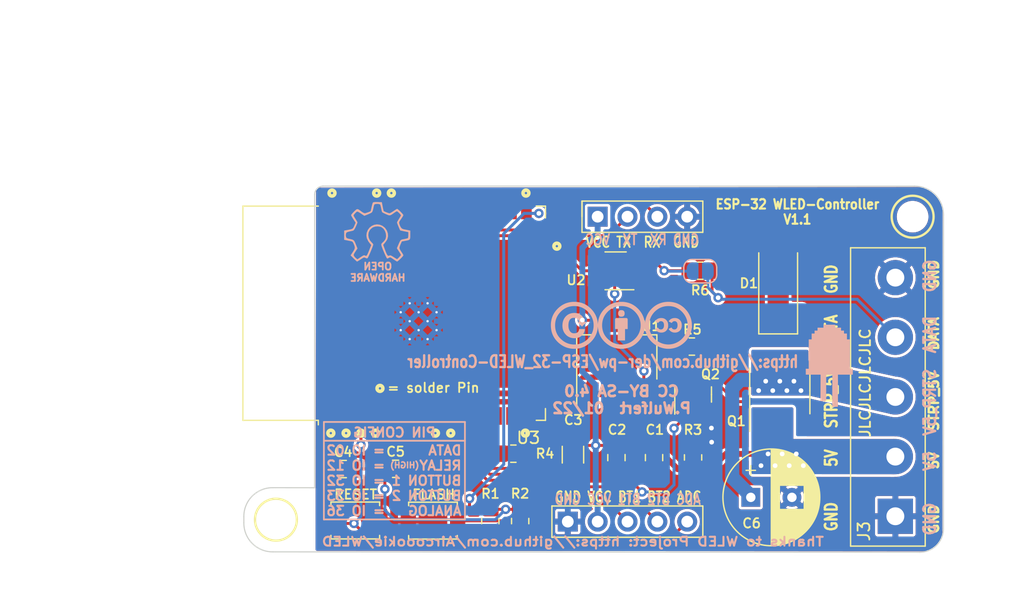
<source format=kicad_pcb>
(kicad_pcb (version 20221018) (generator pcbnew)
  (title_block (comment 4 "AISLER Project ID: TTVENWWM"))
  (layers (0 "F.Cu" signal) (31 "B.Cu" signal) (34 "B.Paste" user) (35 "F.Paste" user) (36 "B.SilkS" user "B.Silkscreen") (37 "F.SilkS" user "F.Silkscreen") (38 "B.Mask" user) (39 "F.Mask" user) (44 "Edge.Cuts" user))
  (net 0 "")
  (net 1 "WS-Strip_VCC")
  (net 2 "+5V")
  (net 3 "GND")
  (net 4 "+3V3")
  (net 5 "TX")
  (net 6 "RX")
  (net 7 "BTN1")
  (net 8 "BTN2")
  (net 9 "ADC")
  (net 10 "Net-(Q2-G)")
  (net 11 "Net-(U3-EN)")
  (net 12 "RELAY")
  (net 13 "DATA_llv")
  (net 14 "DATA_hlv")
  (net 15 "DATA")
  (net 16 "OE")
  (net 17 "Net-(U3-IO0)")
  (footprint "Connector_PinSocket_2.54mm:PinSocket_1x04_P2.54mm_Vertical" (layer "F.Cu") (at 153.17 96.6 90)
    (fp_text reference "J1" hide)
    (fp_text value "Conn_01x04_Male")
    (pad "1" thru_hole rect (at 0 0 90) (size 1.7 1.7) (drill 1) (layers "*.Cu" "*.Mask") (net 4 "+3V3"))
    (pad "2" thru_hole oval (at 0 2.54 90) (size 1.7 1.7) (drill 1) (layers "*.Cu" "*.Mask") (net 5 "TX"))
    (pad "3" thru_hole oval (at 0 5.08 90) (size 1.7 1.7) (drill 1) (layers "*.Cu" "*.Mask") (net 6 "RX"))
    (pad "4" thru_hole oval (at 0 7.62 90) (size 1.7 1.7) (drill 1) (layers "*.Cu" "*.Mask") (net 3 "GND"))
  )
  (footprint "Resistor_SMD:R_0805_2012Metric_Pad1.20x1.40mm_HandSolder" (layer "F.Cu") (at 161.905 101.2 180)
    (fp_text reference "R6" (at 0.015 -1.67) (layer "F.SilkS") (effects (font (size 0.8 0.8))))
    (fp_text value "300R")
    (pad "1" smd roundrect (at -1 0 180) (size 1.2 1.4) (layers "F.Cu" "F.Paste" "F.Mask") (roundrect_rratio 0.2083333333) (net 15 "DATA"))
    (pad "2" smd roundrect (at 1 0 180) (size 1.2 1.4) (layers "F.Cu" "F.Paste" "F.Mask") (roundrect_rratio 0.2083333333) (net 14 "DATA_hlv"))
  )
  (footprint "Diode_SMD:D_SMA_Handsoldering" (layer "F.Cu") (at 168.53 102.18 90)
    (fp_text reference "D1" (at -0.09 -2.49 180) (layer "F.SilkS") (effects (font (size 0.8 0.8))))
    (fp_text value "Flyback diode")
    (pad "1" smd rect (at -2.5 0 90) (size 2.9 1.8) (layers "F.Cu" "F.Paste" "F.Mask") (net 1 "WS-Strip_VCC"))
    (pad "2" smd rect (at 2.5 0 90) (size 2.9 1.8) (layers "F.Cu" "F.Paste" "F.Mask") (net 3 "GND"))
  )
  (footprint "Capacitor_SMD:C_1206_3216Metric_Pad1.33x1.80mm_HandSolder" (layer "F.Cu") (at 151.07 116.865 -90)
    (fp_text reference "C3" (at -2.955 -0.03) (layer "F.SilkS") (effects (font (size 0.8 0.8))))
    (fp_text value "100µF")
    (pad "1" smd roundrect (at -1.5625 0 270) (size 1.325 1.8) (layers "F.Cu" "F.Paste" "F.Mask") (roundrect_rratio 0.1886792453) (net 4 "+3V3"))
    (pad "2" smd roundrect (at 1.5625 0 270) (size 1.325 1.8) (layers "F.Cu" "F.Paste" "F.Mask") (roundrect_rratio 0.1886792453) (net 3 "GND"))
  )
  (footprint "MountingHole:MountingHole_2.2mm_M2" (layer "F.Cu") (at 179.97 96.6)
    (fp_text reference "REF**" hide)
    (fp_text value "MountingHole_2.2mm_M2")
    (pad "" np_thru_hole circle (at 0 0) (size 2.2 2.2) (drill 2.2) (layers "*.Cu" "*.Mask"))
    (pad "" np_thru_hole circle (at 0 0) (size 2.2 2.2) (drill 2.2) (layers "*.Cu" "*.Mask"))
  )
  (footprint "Capacitor_SMD:C_0805_2012Metric_Pad1.18x1.45mm_HandSolder" (layer "F.Cu") (at 154.77 117.115 -90)
    (fp_text reference "C2" (at -2.375 -0.05 180) (layer "F.SilkS") (effects (font (size 0.8 0.8))))
    (fp_text value "47µF")
    (pad "1" smd roundrect (at -1.0375 0 270) (size 1.175 1.45) (layers "F.Cu" "F.Paste" "F.Mask") (roundrect_rratio 0.2127659574) (net 4 "+3V3"))
    (pad "2" smd roundrect (at 1.0375 0 270) (size 1.175 1.45) (layers "F.Cu" "F.Paste" "F.Mask") (roundrect_rratio 0.2127659574) (net 3 "GND"))
  )
  (footprint "custom_Footprints:SW_Push_SPST_NO_Alps_SKRK_handsolder" (layer "F.Cu") (at 139.16 122.48)
    (fp_text reference "SW2" hide)
    (fp_text value "Flash")
    (pad "1" smd roundrect (at -2.1 0) (size 1.3 2.2) (layers "F.Cu" "F.Paste" "F.Mask") (net 3 "GND"))
    (pad "2" smd roundrect (at 2.1 0) (size 1.3 2.2) (layers "F.Cu" "F.Paste" "F.Mask") (net 17 "Net-(U3-IO0)"))
  )
  (footprint "Resistor_SMD:R_0805_2012Metric_Pad1.20x1.40mm_HandSolder" (layer "F.Cu") (at 146 116.78 180)
    (fp_text reference "R4" (at -2.69 0) (layer "F.SilkS") (effects (font (size 0.8 0.8))))
    (fp_text value "300R")
    (pad "1" smd roundrect (at -1 0 180) (size 1.2 1.4) (layers "F.Cu" "F.Paste" "F.Mask") (roundrect_rratio 0.2083333333) (net 10 "Net-(Q2-G)"))
    (pad "2" smd roundrect (at 1 0 180) (size 1.2 1.4) (layers "F.Cu" "F.Paste" "F.Mask") (roundrect_rratio 0.2083333333) (net 12 "RELAY"))
  )
  (footprint "Package_TO_SOT_SMD:SOT-23-5_HandSoldering" (layer "F.Cu") (at 154.7 101.21 180)
    (fp_text reference "U2" (at 3.37 -0.79 180) (layer "F.SilkS") (effects (font (size 0.8 0.8))))
    (fp_text value "74LVC1G125")
    (pad "1" smd rect (at -1.35 -0.95 180) (size 1.56 0.65) (layers "F.Cu" "F.Paste" "F.Mask") (net 16 "OE"))
    (pad "2" smd rect (at -1.35 0 180) (size 1.56 0.65) (layers "F.Cu" "F.Paste" "F.Mask") (net 13 "DATA_llv"))
    (pad "3" smd rect (at -1.35 0.95 180) (size 1.56 0.65) (layers "F.Cu" "F.Paste" "F.Mask") (net 3 "GND"))
    (pad "4" smd rect (at 1.35 0.95 180) (size 1.56 0.65) (layers "F.Cu" "F.Paste" "F.Mask") (net 14 "DATA_hlv"))
    (pad "5" smd rect (at 1.35 -0.95 180) (size 1.56 0.65) (layers "F.Cu" "F.Paste" "F.Mask") (net 2 "+5V"))
  )
  (footprint "custom_Footprints:SW_Push_SPST_NO_Alps_SKRK_handsolder" (layer "F.Cu") (at 132.55 122.47 180)
    (fp_text reference "SW1" hide)
    (fp_text value "Reset")
    (pad "1" smd roundrect (at -2.1 0 180) (size 1.3 2.2) (layers "F.Cu" "F.Paste" "F.Mask") (net 3 "GND"))
    (pad "2" smd roundrect (at 2.1 0 180) (size 1.3 2.2) (layers "F.Cu" "F.Paste" "F.Mask") (net 11 "Net-(U3-EN)"))
  )
  (footprint "RF_Module:ESP32-WROOM-32" (layer "F.Cu") (at 138.85 104.82 90)
    (fp_text reference "U3" (at -10.61 8.43) (layer "F.SilkS"))
    (fp_text value "ESP32-WROOM-32")
    (pad "1" smd rect (at -8.75 -8.25 90) (size 1.5 0.9) (layers "F.Cu" "F.Paste" "F.Mask") (net 3 "GND"))
    (pad "2" smd rect (at -8.75 -6.98 90) (size 1.5 0.9) (layers "F.Cu" "F.Paste" "F.Mask") (net 4 "+3V3"))
    (pad "3" smd rect (at -8.75 -5.71 90) (size 1.5 0.9) (layers "F.Cu" "F.Paste" "F.Mask") (net 11 "Net-(U3-EN)"))
    (pad "4" smd rect (at -8.75 -4.44 90) (size 1.5 0.9) (layers "F.Cu" "F.Paste" "F.Mask") (net 9 "ADC"))
    (pad "5" smd rect (at -8.75 -3.17 90) (size 1.5 0.9) (layers "F.Cu" "F.Paste" "F.Mask"))
    (pad "6" smd rect (at -8.75 -1.9 90) (size 1.5 0.9) (layers "F.Cu" "F.Paste" "F.Mask"))
    (pad "7" smd rect (at -8.75 -0.63 90) (size 1.5 0.9) (layers "F.Cu" "F.Paste" "F.Mask"))
    (pad "8" smd rect (at -8.75 0.64 90) (size 1.5 0.9) (layers "F.Cu" "F.Paste" "F.Mask") (net 7 "BTN1"))
    (pad "9" smd rect (at -8.75 1.91 90) (size 1.5 0.9) (layers "F.Cu" "F.Paste" "F.Mask") (net 8 "BTN2"))
    (pad "10" smd rect (at -8.75 3.18 90) (size 1.5 0.9) (layers "F.Cu" "F.Paste" "F.Mask"))
    (pad "11" smd rect (at -8.75 4.45 90) (size 1.5 0.9) (layers "F.Cu" "F.Paste" "F.Mask"))
    (pad "12" smd rect (at -8.75 5.72 90) (size 1.5 0.9) (layers "F.Cu" "F.Paste" "F.Mask"))
    (pad "13" smd rect (at -8.75 6.99 90) (size 1.5 0.9) (layers "F.Cu" "F.Paste" "F.Mask"))
    (pad "14" smd rect (at -8.75 8.26 90) (size 1.5 0.9) (layers "F.Cu" "F.Paste" "F.Mask") (net 12 "RELAY"))
    (pad "15" smd rect (at -5.71 9.51 180) (size 1.5 0.9) (layers "F.Cu" "F.Paste" "F.Mask") (net 3 "GND"))
    (pad "16" smd rect (at -4.44 9.51 180) (size 1.5 0.9) (layers "F.Cu" "F.Paste" "F.Mask"))
    (pad "17" smd rect (at -3.17 9.51 180) (size 1.5 0.9) (layers "F.Cu" "F.Paste" "F.Mask"))
    (pad "18" smd rect (at -1.9 9.51 180) (size 1.5 0.9) (layers "F.Cu" "F.Paste" "F.Mask"))
    (pad "19" smd rect (at -0.63 9.51 180) (size 1.5 0.9) (layers "F.Cu" "F.Paste" "F.Mask"))
    (pad "20" smd rect (at 0.64 9.51 180) (size 1.5 0.9) (layers "F.Cu" "F.Paste" "F.Mask"))
    (pad "21" smd rect (at 1.91 9.51 180) (size 1.5 0.9) (layers "F.Cu" "F.Paste" "F.Mask"))
    (pad "22" smd rect (at 3.18 9.51 180) (size 1.5 0.9) (layers "F.Cu" "F.Paste" "F.Mask"))
    (pad "23" smd rect (at 4.45 9.51 180) (size 1.5 0.9) (layers "F.Cu" "F.Paste" "F.Mask"))
    (pad "24" smd rect (at 5.72 9.51 180) (size 1.5 0.9) (layers "F.Cu" "F.Paste" "F.Mask") (net 13 "DATA_llv"))
    (pad "25" smd rect (at 8.75 8.26 90) (size 1.5 0.9) (layers "F.Cu" "F.Paste" "F.Mask") (net 17 "Net-(U3-IO0)"))
    (pad "26" smd rect (at 8.75 6.99 90) (size 1.5 0.9) (layers "F.Cu" "F.Paste" "F.Mask"))
    (pad "27" smd rect (at 8.75 5.72 90) (size 1.5 0.9) (layers "F.Cu" "F.Paste" "F.Mask"))
    (pad "28" smd rect (at 8.75 4.45 90) (size 1.5 0.9) (layers "F.Cu" "F.Paste" "F.Mask"))
    (pad "29" smd rect (at 8.75 3.18 90) (size 1.5 0.9) (layers "F.Cu" "F.Paste" "F.Mask"))
    (pad "30" smd rect (at 8.75 1.91 90) (size 1.5 0.9) (layers "F.Cu" "F.Paste" "F.Mask"))
    (pad "31" smd rect (at 8.75 0.64 90) (size 1.5 0.9) (layers "F.Cu" "F.Paste" "F.Mask"))
    (pad "32" smd rect (at 8.75 -0.63 90) (size 1.5 0.9) (layers "F.Cu" "F.Paste" "F.Mask"))
    (pad "33" smd rect (at 8.75 -1.9 90) (size 1.5 0.9) (layers "F.Cu" "F.Paste" "F.Mask"))
    (pad "34" smd rect (at 8.75 -3.17 90) (size 1.5 0.9) (layers "F.Cu" "F.Paste" "F.Mask") (net 6 "RX"))
    (pad "35" smd rect (at 8.75 -4.44 90) (size 1.5 0.9) (layers "F.Cu" "F.Paste" "F.Mask") (net 5 "TX"))
    (pad "36" smd rect (at 8.75 -5.71 90) (size 1.5 0.9) (layers "F.Cu" "F.Paste" "F.Mask"))
    (pad "37" smd rect (at 8.75 -6.98 90) (size 1.5 0.9) (layers "F.Cu" "F.Paste" "F.Mask"))
    (pad "38" smd rect (at 8.75 -8.25 90) (size 1.5 0.9) (layers "F.Cu" "F.Paste" "F.Mask") (net 3 "GND"))
    (pad "39" smd rect (at -2.205 -2.435 90) (size 1.05 1.05) (layers "F.Cu" "F.Paste") (net 3 "GND"))
    (pad "39" thru_hole circle (at -2.205 -1.6725 90) (size 0.6 0.6) (drill 0.2) (property pad_prop_heatsink) (layers "*.Cu" "F.Mask") (net 3 "GND"))
    (pad "39" smd rect (at -2.205 -0.91 90) (size 1.05 1.05) (layers "F.Cu" "F.Paste") (net 3 "GND"))
    (pad "39" thru_hole circle (at -2.205 -0.1475 90) (size 0.6 0.6) (drill 0.2) (property pad_prop_heatsink) (layers "*.Cu" "F.Mask") (net 3 "GND"))
    (pad "39" smd rect (at -2.205 0.615 90) (size 1.05 1.05) (layers "F.Cu" "F.Paste") (net 3 "GND"))
    (pad "39" thru_hole circle (at -1.4425 -2.435 90) (size 0.6 0.6) (drill 0.2) (property pad_prop_heatsink) (layers "*.Cu" "F.Mask") (net 3 "GND"))
    (pad "39" thru_hole circle (at -1.4425 -0.91 90) (size 0.6 0.6) (drill 0.2) (property pad_prop_heatsink) (layers "*.Cu" "F.Mask") (net 3 "GND"))
    (pad "39" thru_hole circle (at -1.4425 0.615 90) (size 0.6 0.6) (drill 0.2) (property pad_prop_heatsink) (layers "*.Cu" "F.Mask") (net 3 "GND"))
    (pad "39" smd rect (at -0.68 -2.435 90) (size 1.05 1.05) (layers "F.Cu" "F.Paste") (net 3 "GND"))
    (pad "39" thru_hole circle (at -0.68 -1.6725 90) (size 0.6 0.6) (drill 0.2) (property pad_prop_heatsink) (layers "*.Cu" "F.Mask") (net 3 "GND"))
    (pad "39" smd rect (at -0.68 -0.91 90) (size 1.05 1.05) (layers "F.Cu" "F.Paste") (net 3 "GND"))
    (pad "39" smd rect (at -0.68 -0.91 90) (size 4.2 4.2) (layers "F.Cu" "F.Mask") (net 3 "GND"))
    (pad "39" thru_hole circle (at -0.68 -0.1475 90) (size 0.6 0.6) (drill 0.2) (property pad_prop_heatsink) (layers "*.Cu" "F.Mask") (net 3 "GND"))
    (pad "39" smd rect (at -0.68 0.615 90) (size 1.05 1.05) (layers "F.Cu" "F.Paste") (net 3 "GND"))
    (pad "39" thru_hole circle (at 0.0825 -2.435 90) (size 0.6 0.6) (drill 0.2) (property pad_prop_heatsink) (layers "*.Cu" "F.Mask") (net 3 "GND"))
    (pad "39" thru_hole circle (at 0.0825 -0.91 90) (size 0.6 0.6) (drill 0.2) (property pad_prop_heatsink) (layers "*.Cu" "F.Mask") (net 3 "GND"))
    (pad "39" thru_hole circle (at 0.0825 0.615 90) (size 0.6 0.6) (drill 0.2) (property pad_prop_heatsink) (layers "*.Cu" "F.Mask") (net 3 "GND"))
    (pad "39" smd rect (at 0.845 -2.435 90) (size 1.05 1.05) (layers "F.Cu" "F.Paste") (net 3 "GND"))
    (pad "39" thru_hole circle (at 0.845 -1.6725 90) (size 0.6 0.6) (drill 0.2) (property pad_prop_heatsink) (layers "*.Cu" "F.Mask") (net 3 "GND"))
    (pad "39" smd rect (at 0.845 -0.91 90) (size 1.05 1.05) (layers "F.Cu" "F.Paste") (net 3 "GND"))
    (pad "39" thru_hole circle (at 0.845 -0.1475 90) (size 0.6 0.6) (drill 0.2) (property pad_prop_heatsink) (layers "*.Cu" "F.Mask") (net 3 "GND"))
    (pad "39" smd rect (at 0.845 0.615 90) (size 1.05 1.05) (layers "F.Cu" "F.Paste") (net 3 "GND"))
    (zone (net 0) (net_name "") (layers "F.Cu" "In1.Cu" "B.Cu") (connect_pads (clearance 0)) (min_thickness 0.254)
      (keepout (tracks not_allowed) (vias not_allowed) (pads not_allowed) (copperpour not_allowed) (footprints not_allowed))
      (fill (thermal_gap 0.508) (thermal_bridge_width 0.508))
      (polygon (pts (xy 129.05 128.82) (xy 129.05 80.82) (xy 108.11 80.82) (xy 108.11 128.82)))
    )
  )
  (footprint "Package_SO:SOIC-8_3.9x4.9mm_P1.27mm" (layer "F.Cu") (at 168.67 111.43 90)
    (fp_text reference "Q1" (at -2.58 -3.7 180) (layer "F.SilkS") (effects (font (size 0.8 0.8))))
    (fp_text value "IRF7410")
    (pad "1" smd roundrect (at -2.475 -1.905 90) (size 1.95 0.6) (layers "F.Cu" "F.Paste" "F.Mask") (net 2 "+5V"))
    (pad "2" smd roundrect (at -2.475 -0.635 90) (size 1.95 0.6) (layers "F.Cu" "F.Paste" "F.Mask") (net 2 "+5V"))
    (pad "3" smd roundrect (at -2.475 0.635 90) (size 1.95 0.6) (layers "F.Cu" "F.Paste" "F.Mask") (net 2 "+5V"))
    (pad "4" smd roundrect (at -2.475 1.905 90) (size 1.95 0.6) (layers "F.Cu" "F.Paste" "F.Mask") (net 16 "OE"))
    (pad "5" smd roundrect (at 2.475 1.905 90) (size 1.95 0.6) (layers "F.Cu" "F.Paste" "F.Mask") (net 1 "WS-Strip_VCC"))
    (pad "6" smd roundrect (at 2.475 0.635 90) (size 1.95 0.6) (layers "F.Cu" "F.Paste" "F.Mask") (net 1 "WS-Strip_VCC"))
    (pad "7" smd roundrect (at 2.475 -0.635 90) (size 1.95 0.6) (layers "F.Cu" "F.Paste" "F.Mask") (net 1 "WS-Strip_VCC"))
    (pad "8" smd roundrect (at 2.475 -1.905 90) (size 1.95 0.6) (layers "F.Cu" "F.Paste" "F.Mask") (net 1 "WS-Strip_VCC"))
  )
  (footprint "Resistor_SMD:R_0805_2012Metric_Pad1.20x1.40mm_HandSolder" (layer "F.Cu") (at 144.04 122.52 -90)
    (fp_text reference "R1" (at -2.33 -0.01 180) (layer "F.SilkS") (effects (font (size 0.8 0.8))))
    (fp_text value "10k")
    (pad "1" smd roundrect (at -1 0 270) (size 1.2 1.4) (layers "F.Cu" "F.Paste" "F.Mask") (roundrect_rratio 0.2083333333) (net 4 "+3V3"))
    (pad "2" smd roundrect (at 1 0 270) (size 1.2 1.4) (layers "F.Cu" "F.Paste" "F.Mask") (roundrect_rratio 0.2083333333) (net 11 "Net-(U3-EN)"))
  )
  (footprint "Resistor_SMD:R_0805_2012Metric_Pad1.20x1.40mm_HandSolder" (layer "F.Cu") (at 146.58 122.52 -90)
    (fp_text reference "R2" (at -2.34 0.01 180) (layer "F.SilkS") (effects (font (size 0.8 0.8))))
    (fp_text value "10k")
    (pad "1" smd roundrect (at -1 0 270) (size 1.2 1.4) (layers "F.Cu" "F.Paste" "F.Mask") (roundrect_rratio 0.2083333333) (net 4 "+3V3"))
    (pad "2" smd roundrect (at 1 0 270) (size 1.2 1.4) (layers "F.Cu" "F.Paste" "F.Mask") (roundrect_rratio 0.2083333333) (net 17 "Net-(U3-IO0)"))
  )
  (footprint "Package_TO_SOT_SMD:SOT-23" (layer "F.Cu") (at 161.295 111.74 90)
    (fp_text reference "Q2" (at 1.72 1.475 180) (layer "F.SilkS") (effects (font (size 0.8 0.8))))
    (fp_text value "IRLML6344")
    (pad "1" smd roundrect (at -0.9375 -0.95 90) (size 1.7 0.6) (layers "F.Cu" "F.Paste" "F.Mask") (net 10 "Net-(Q2-G)"))
    (pad "2" smd roundrect (at -0.9375 0.95 90) (size 1.7 0.6) (layers "F.Cu" "F.Paste" "F.Mask") (net 3 "GND"))
    (pad "3" smd roundrect (at 0.9375 0 90) (size 1.7 0.6) (layers "F.Cu" "F.Paste" "F.Mask") (net 16 "OE"))
  )
  (footprint "Capacitor_THT:CP_Radial_D8.0mm_P3.50mm" (layer "F.Cu") (at 166.2 120.5)
    (fp_text reference "C6" (at 0.07 2.21) (layer "F.SilkS") (effects (font (size 0.8 0.8))))
    (fp_text value "1000µF")
    (pad "1" thru_hole rect (at 0 0) (size 1.6 1.6) (drill 0.8) (layers "*.Cu" "*.Mask") (net 1 "WS-Strip_VCC"))
    (pad "2" thru_hole circle (at 3.5 0) (size 1.6 1.6) (drill 0.8) (layers "*.Cu" "*.Mask") (net 3 "GND"))
  )
  (footprint "Resistor_SMD:R_0805_2012Metric_Pad1.20x1.40mm_HandSolder" (layer "F.Cu") (at 161.29 117.1 90)
    (fp_text reference "R3" (at 2.35 -0.01 180) (layer "F.SilkS") (effects (font (size 0.8 0.8))))
    (fp_text value "10k")
    (pad "1" smd roundrect (at -1 0 90) (size 1.2 1.4) (layers "F.Cu" "F.Paste" "F.Mask") (roundrect_rratio 0.2083333333) (net 2 "+5V"))
    (pad "2" smd roundrect (at 1 0 90) (size 1.2 1.4) (layers "F.Cu" "F.Paste" "F.Mask") (roundrect_rratio 0.2083333333) (net 16 "OE"))
  )
  (footprint "TerminalBlock:TerminalBlock_bornier-5_P5.08mm" (layer "F.Cu") (at 178.5 122.11 90)
    (fp_text reference "J3" (at -1.27 -2.67 90) (layer "F.SilkS"))
    (fp_text value "Screw_Terminal_01x05")
    (pad "1" thru_hole rect (at 0 0 90) (size 3 3) (drill 1.52) (layers "*.Cu" "*.Mask") (net 3 "GND"))
    (pad "2" thru_hole circle (at 5.08 0 90) (size 3 3) (drill 1.52) (layers "*.Cu" "*.Mask") (net 2 "+5V"))
    (pad "3" thru_hole circle (at 10.16 0 90) (size 3 3) (drill 1.52) (layers "*.Cu" "*.Mask") (net 1 "WS-Strip_VCC"))
    (pad "4" thru_hole circle (at 15.24 0 90) (size 3 3) (drill 1.52) (layers "*.Cu" "*.Mask") (net 15 "DATA"))
    (pad "5" thru_hole circle (at 20.32 0 90) (size 3 3) (drill 1.52) (layers "*.Cu" "*.Mask") (net 3 "GND"))
  )
  (footprint "Capacitor_SMD:C_0805_2012Metric_Pad1.18x1.45mm_HandSolder" (layer "F.Cu") (at 157.97 117.115 -90)
    (fp_text reference "C1" (at -2.375 -0.07 180) (layer "F.SilkS") (effects (font (size 0.8 0.8))))
    (fp_text value "10µF")
    (pad "1" smd roundrect (at -1.0375 0 270) (size 1.175 1.45) (layers "F.Cu" "F.Paste" "F.Mask") (roundrect_rratio 0.2127659574) (net 2 "+5V"))
    (pad "2" smd roundrect (at 1.0375 0 270) (size 1.175 1.45) (layers "F.Cu" "F.Paste" "F.Mask") (roundrect_rratio 0.2127659574) (net 3 "GND"))
  )
  (footprint "Capacitor_SMD:C_0805_2012Metric_Pad1.18x1.45mm_HandSolder" (layer "F.Cu") (at 131.53 118.09 180)
    (fp_text reference "C4" (at 0.01 1.45) (layer "F.SilkS") (effects (font (size 0.8 0.8))))
    (fp_text value "100nF")
    (pad "1" smd roundrect (at -1.0375 0 180) (size 1.175 1.45) (layers "F.Cu" "F.Paste" "F.Mask") (roundrect_rratio 0.2127659574) (net 4 "+3V3"))
    (pad "2" smd roundrect (at 1.0375 0 180) (size 1.175 1.45) (layers "F.Cu" "F.Paste" "F.Mask") (roundrect_rratio 0.2127659574) (net 3 "GND"))
  )
  (footprint "Package_TO_SOT_SMD:SOT-223-3_TabPin2" (layer "F.Cu") (at 154.8 108.57 90)
    (fp_text reference "U1" (at 2.65 2.92 180) (layer "F.SilkS") (effects (font (size 0.8 0.8))))
    (fp_text value "AMS1117-3.3")
    (pad "1" smd rect (at -3.15 -2.3 90) (size 2 1.5) (layers "F.Cu" "F.Paste" "F.Mask") (net 3 "GND"))
    (pad "2" smd rect (at -3.15 0 90) (size 2 1.5) (layers "F.Cu" "F.Paste" "F.Mask") (net 4 "+3V3"))
    (pad "2" smd rect (at 3.15 0 90) (size 2 3.8) (layers "F.Cu" "F.Paste" "F.Mask") (net 4 "+3V3"))
    (pad "3" smd rect (at -3.15 2.3 90) (size 2 1.5) (layers "F.Cu" "F.Paste" "F.Mask") (net 2 "+5V"))
  )
  (footprint "Resistor_SMD:R_0805_2012Metric_Pad1.20x1.40mm_HandSolder" (layer "F.Cu") (at 161.19 107.66)
    (fp_text reference "R5" (at 0.04 -1.45) (layer "F.SilkS") (effects (font (size 0.8 0.8))))
    (fp_text value "10k")
    (pad "1" smd roundrect (at -1 0) (size 1.2 1.4) (layers "F.Cu" "F.Paste" "F.Mask") (roundrect_rratio 0.2083333333) (net 10 "Net-(Q2-G)"))
    (pad "2" smd roundrect (at 1 0) (size 1.2 1.4) (layers "F.Cu" "F.Paste" "F.Mask") (roundrect_rratio 0.2083333333) (net 3 "GND"))
  )
  (footprint "Capacitor_SMD:C_0805_2012Metric_Pad1.18x1.45mm_HandSolder" (layer "F.Cu") (at 135.98 118.07)
    (fp_text reference "C5" (at 0 -1.46) (layer "F.SilkS") (effects (font (size 0.8 0.8))))
    (fp_text value "10µF")
    (pad "1" smd roundrect (at -1.0375 0) (size 1.175 1.45) (layers "F.Cu" "F.Paste" "F.Mask") (roundrect_rratio 0.2127659574) (net 4 "+3V3"))
    (pad "2" smd roundrect (at 1.0375 0) (size 1.175 1.45) (layers "F.Cu" "F.Paste" "F.Mask") (roundrect_rratio 0.2127659574) (net 3 "GND"))
  )
  (footprint "MountingHole:MountingHole_2.2mm_M2" (layer "F.Cu") (at 125.8 122.4)
    (fp_text reference "REF**" hide)
    (fp_text value "MountingHole_2.2mm_M2")
    (pad "" np_thru_hole circle (at 0 0) (size 2.2 2.2) (drill 2.2) (layers "*.Cu" "*.Mask"))
    (pad "" np_thru_hole circle (at 0 0) (size 2.2 2.2) (drill 2.2) (layers "F&B.Cu" "*.Mask"))
  )
  (footprint "Connector_PinSocket_2.54mm:PinSocket_1x05_P2.54mm_Vertical" (layer "F.Cu") (at 150.63 122.565 90)
    (fp_text reference "J2" hide)
    (fp_text value "Conn_01x05_Male")
    (pad "1" thru_hole rect (at 0 0 90) (size 1.7 1.7) (drill 1) (layers "*.Cu" "*.Mask") (net 3 "GND"))
    (pad "2" thru_hole oval (at 0 2.54 90) (size 1.7 1.7) (drill 1) (layers "*.Cu" "*.Mask") (net 4 "+3V3"))
    (pad "3" thru_hole oval (at 0 5.08 90) (size 1.7 1.7) (drill 1) (layers "*.Cu" "*.Mask") (net 7 "BTN1"))
    (pad "4" thru_hole oval (at 0 7.62 90) (size 1.7 1.7) (drill 1) (layers "*.Cu" "*.Mask") (net 8 "BTN2"))
    (pad "5" thru_hole oval (at 0 10.16 90) (size 1.7 1.7) (drill 1) (layers "*.Cu" "*.Mask") (net 9 "ADC"))
  )
  (footprint "LOGO" (layer "B.Cu") (at 155.19 105.85 180)
    (fp_text reference "G***" hide)
    (fp_text value "LOGO" hide)
  )
  (footprint "Jumper:SolderJumper-2_P1.3mm_Open_RoundedPad1.0x1.5mm" (layer "B.Cu") (at 161.9 101.24)
    (fp_text reference "JP1" hide)
    (fp_text value "Jumper_2_Open")
    (pad "1" smd custom (at -0.65 0) (size 1 0.5) (layers "B.Cu" "B.Mask") (net 14 "DATA_hlv") (options (clearance outline) (anchor rect)) (primitives (gr_circle (center 0 -0.25) (end 0.5 -0.25) (width 0) (fill yes)) (gr_circle (center 0 0.25) (end 0.5 0.25) (width 0) (fill yes)) (gr_poly (pts (xy 0.5 0.75) (xy 0 0.75) (xy 0 -0.75) (xy 0.5 -0.75)) (width 0) (fill yes))))
    (pad "2" smd custom (at 0.65 0) (size 1 0.5) (layers "B.Cu" "B.Mask") (net 15 "DATA") (options (clearance outline) (anchor rect)) (primitives (gr_circle (center 0 -0.25) (end 0.5 -0.25) (width 0) (fill yes)) (gr_circle (center 0 0.25) (end 0.5 0.25) (width 0) (fill yes)) (gr_poly (pts (xy 0 0.75) (xy -0.5 0.75) (xy -0.5 -0.75) (xy 0 -0.75)) (width 0) (fill yes))))
  )
  (footprint "LOGO" (layer "B.Cu") (at 134.46 97.82 180)
    (fp_text reference "G***" hide)
    (fp_text value "LOGO" hide)
  )
  (footprint "LOGO" (layer "B.Cu") (at 172.88 109.3 180)
    (fp_text reference "G***" hide)
    (fp_text value "LOGO" hide)
  )
  (gr_line (start 141.88 114.08) (end 129.88 114.08) (stroke (width 0.15)) (layer "B.SilkS"))
  (gr_line (start 129.88 115.68) (end 141.88 115.68) (stroke (width 0.15)) (layer "B.SilkS"))
  (gr_line (start 129.88 122.38) (end 141.88 122.38) (stroke (width 0.15)) (layer "B.SilkS"))
  (gr_line (start 129.88 114.08) (end 129.88 122.38) (stroke (width 0.15)) (layer "B.SilkS"))
  (gr_line (start 141.88 122.38) (end 141.88 114.08) (stroke (width 0.15)) (layer "B.SilkS"))
  (gr_circle (center 134.37 94.59) (end 134.47 94.59) (stroke (width 0.3)) (fill none) (layer "F.SilkS"))
  (gr_circle (center 139.37 115.03) (end 139.47 115.03) (stroke (width 0.3)) (fill none) (layer "F.SilkS"))
  (gr_circle (center 130.47 115.03) (end 130.57 115.03) (stroke (width 0.3)) (fill none) (layer "F.SilkS"))
  (gr_circle (center 179.97 96.6) (end 181.752843 96.63) (stroke (width 0.2)) (fill none) (layer "F.SilkS"))
  (gr_circle (center 135.62 94.59) (end 135.72 94.59) (stroke (width 0.3)) (fill none) (layer "F.SilkS"))
  (gr_circle (center 140.67 115.03) (end 140.77 115.03) (stroke (width 0.3)) (fill none) (layer "F.SilkS"))
  (gr_circle (center 130.57 94.59) (end 130.67 94.59) (stroke (width 0.3)) (fill none) (layer "F.SilkS"))
  (gr_circle (center 147.07 94.59) (end 147.17 94.59) (stroke (width 0.3)) (fill none) (layer "F.SilkS"))
  (gr_circle (center 147.02 115.03) (end 147.12 115.03) (stroke (width 0.3)) (fill none) (layer "F.SilkS"))
  (gr_circle (center 149.7 99.11) (end 149.8 99.11) (stroke (width 0.3)) (fill none) (layer "F.SilkS"))
  (gr_circle (center 125.8 122.4) (end 127.582843 122.43) (stroke (width 0.2)) (fill none) (layer "F.SilkS"))
  (gr_circle (center 131.77 115.03) (end 131.87 115.03) (stroke (width 0.3)) (fill none) (layer "F.SilkS"))
  (gr_circle (center 134.27 115.03) (end 134.37 115.03) (stroke (width 0.3)) (fill none) (layer "F.SilkS"))
  (gr_circle (center 134.65 111.22) (end 134.75 111.22) (stroke (width 0.3)) (fill none) (layer "F.SilkS"))
  (gr_circle (center 133.02 115.03) (end 133.12 115.03) (stroke (width 0.3)) (fill none) (layer "F.SilkS"))
  (gr_arc (start 182.59 123.17) (mid 182.004214 124.584214) (end 180.59 125.17) (stroke (width 0.1)) (layer "Edge.Cuts"))
  (gr_arc (start 180.12 94) (mid 181.879816 94.715184) (end 182.595 96.475) (stroke (width 0.1)) (layer "Edge.Cuts"))
  (gr_arc (start 129.094975 94.714974) (mid 129.299111 94.214678) (end 129.794975 94) (stroke (width 0.1)) (layer "Edge.Cuts"))
  (gr_line (start 129.794975 94) (end 180.12 94) (stroke (width 0.1)) (layer "Edge.Cuts"))
  (gr_arc (start 123.07 122.15) (mid 123.785184 120.390184) (end 125.545 119.675) (stroke (width 0.1)) (layer "Edge.Cuts"))
  (gr_line (start 180.59 125.17) (end 125.545 125.140184) (stroke (width 0.1)) (layer "Edge.Cuts"))
  (gr_line (start 123.07 122.15) (end 123.07 122.665184) (stroke (width 0.1)) (layer "Edge.Cuts"))
  (gr_line (start 182.595 96.475) (end 182.59 123.17) (stroke (width 0.1)) (layer "Edge.Cuts"))
  (gr_arc (start 125.545 125.140184) (mid 123.785182 124.425002) (end 123.07 122.665184) (stroke (width 0.1)) (layer "Edge.Cuts"))
  (gr_line (start 129.09 119.68) (end 129.094975 94.714974) (stroke (width 0.1)) (layer "Edge.Cuts"))
  (gr_line (start 129.09 119.68) (end 125.545 119.675) (stroke (width 0.1)) (layer "Edge.Cuts"))
  (gr_text "CC BY-SA 4.0\nP.Wulfert  01/22" (at 155.21 112.19) (layer "B.SilkS") (effects (font (size 0.9 0.9) (thickness 0.225)) (justify mirror)))
  (gr_text "Thanks to WLED Project: https://github.com/Aircoookie/WLED" (at 151.06 124.27) (layer "B.SilkS") (effects (font (size 0.75 0.9) (thickness 0.175)) (justify mirror)))
  (gr_text "ADC BT2 BT1 VCC GND" (at 155.72603 120.68) (layer "B.SilkS") (effects (font (size 0.9 0.72)) (justify mirror)))
  (gr_text "(HIGH)" (at 136.75 117.76) (layer "B.SilkS") (effects (font (size 0.5 0.5) (thickness 0.125)) (justify mirror)))
  (gr_text "DATA\nRELAY\nBUTTON 1\nBUTTON 2 \nANALOG" (at 141.68 119.08) (layer "B.SilkS") (effects (font (size 0.8 0.8) (thickness 0.175)) (justify left mirror)))
  (gr_text "GND   DATA  STRP_5V  5V    GND" (at 181.43 112 90) (layer "B.SilkS") (effects (font (size 1 0.9) (thickness 0.2)) (justify mirror)))
  (gr_text "OPEN\nHARDWARE" (at 134.46 101.32) (layer "B.SilkS") (effects (font (size 0.6 0.6)) (justify mirror)))
  (gr_text "PIN CONFIG" (at 139.48 114.98) (layer "B.SilkS") (effects (font (size 0.8 0.8) (thickness 0.175)) (justify left mirror)))
  (gr_text "GND RX  TX  VCC" (at 156.97 98.56) (layer "B.SilkS") (effects (font (size 0.9 0.72)) (justify mirror)))
  (gr_text "= IO 02\n= IO 12\n= IO 32\n= IO 33\n= IO 36" (at 135.18 119.08) (layer "B.SilkS") (effects (font (size 0.8 0.8) (thickness 0.175)) (justify left mirror)))
  (gr_text "https://github.com/der-pw/ESP-32_WLED-Controller" (at 153.61 108.95) (layer "B.SilkS") (effects (font (size 1 0.8) (thickness 0.2)) (justify mirror)))
  (gr_text "FLASH" (at 139.22 120.25) (layer "F.SilkS") (effects (font (size 0.8 0.8))))
  (gr_text "GND     5V   STRP_5V   DATA    GND" (at 181.78 111.94 90) (layer "F.SilkS") (effects (font (size 0.8 0.8) (thickness 0.2))))
  (gr_text "GND     5V   STRP_5V   DATA   GND" (at 173.05 112.03 90) (layer "F.SilkS") (effects (font (size 1 0.8) (thickness 0.2))))
  (gr_text "ESP-32 WLED-Controller\nV1.1" (at 170.17 96.19) (layer "F.SilkS") (effects (font (size 0.8 0.72) (thickness 0.18))))
  (gr_text "VCC TX  RX  GND" (at 156.98 98.775) (layer "F.SilkS") (effects (font (size 0.9 0.72))))
  (gr_text "JLCJLCJLCJLC" (at 175.93 110.76 90) (layer "F.SilkS") (effects (font (size 0.9 0.9) (thickness 0.16))))
  (gr_text "GND VCC BT1 BT2 ADC" (at 155.77 120.47) (layer "F.SilkS") (effects (font (size 0.9 0.72))))
  (gr_text "= solder Pin" (at 139.2 111.17) (layer "F.SilkS") (effects (font (size 0.8 0.8))))
  (gr_text "RESET" (at 132.58 120.25) (layer "F.SilkS") (effects (font (size 0.8 0.8))))
  (segment (start 170.49 104.68) (end 173.8 107.99) (width 1.2) (layer "F.Cu") (net 1))
  (segment (start 173.8 107.99) (end 173.8 110.15) (width 1.2) (layer "F.Cu") (net 1))
  (segment (start 168.53 104.68) (end 170.49 104.68) (width 1.2) (layer "F.Cu") (net 1))
  (via (at 166.87 111.41) (size 0.8) (drill 0.4) (layers "F.Cu" "B.Cu") (net 1))
  (via (at 167.47 110.61) (size 0.8) (drill 0.4) (layers "F.Cu" "B.Cu") (net 1))
  (via (at 168.67 110.61) (size 0.8) (drill 0.4) (layers "F.Cu" "B.Cu") (net 1))
  (via (at 168.07 111.41) (size 0.8) (drill 0.4) (layers "F.Cu" "B.Cu") (net 1))
  (via (at 169.87 110.61) (size 0.8) (drill 0.4) (layers "F.Cu" "B.Cu") (net 1))
  (via (at 170.47 111.41) (size 0.8) (drill 0.4) (layers "F.Cu" "B.Cu") (net 1))
  (via (at 169.27 111.41) (size 0.8) (drill 0.4) (layers "F.Cu" "B.Cu") (net 1))
  (segment (start 166.2 120.5) (end 166.2 120.38) (width 1.2) (layer "B.Cu") (net 1))
  (segment (start 167.32 110.5) (end 167.47 110.65) (width 1.2) (layer "B.Cu") (net 1))
  (segment (start 164.62 118.8) (end 164.62 111.2) (width 1.2) (layer "B.Cu") (net 1))
  (segment (start 164.62 111.2) (end 165.32 110.5) (width 1.2) (layer "B.Cu") (net 1))
  (segment (start 166.2 120.38) (end 164.62 118.8) (width 1.2) (layer "B.Cu") (net 1))
  (segment (start 165.32 110.5) (end 167.32 110.5) (width 1.2) (layer "B.Cu") (net 1))
  (segment (start 161.29 118.1) (end 159.9925 118.1) (width 0.5) (layer "F.Cu") (net 2))
  (segment (start 154.35 102.16) (end 153.35 102.16) (width 0.25) (layer "F.Cu") (net 2))
  (segment (start 154.62 102.43) (end 154.35 102.16) (width 0.25) (layer "F.Cu") (net 2))
  (segment (start 157.1 114.78) (end 157.1 111.72) (width 0.5) (layer "F.Cu") (net 2))
  (segment (start 157.97 115.65) (end 157.1 114.78) (width 0.5) (layer "F.Cu") (net 2))
  (segment (start 159.9925 118.1) (end 157.97 116.0775) (width 0.5) (layer "F.Cu") (net 2))
  (segment (start 157.1 109.75) (end 157.11 109.74) (width 0.25) (layer "F.Cu") (net 2))
  (segment (start 157.1 111.72) (end 157.1 109.75) (width 0.25) (layer "F.Cu") (net 2))
  (segment (start 162.78 118.1) (end 161.29 118.1) (width 0.5) (layer "F.Cu") (net 2))
  (segment (start 164.08 116.8) (end 162.78 118.1) (width 0.5) (layer "F.Cu") (net 2))
  (segment (start 154.62 103.17) (end 154.62 102.43) (width 0.25) (layer "F.Cu") (net 2))
  (segment (start 157.97 116.0775) (end 157.97 115.65) (width 0.5) (layer "F.Cu") (net 2))
  (segment (start 167.67 116.8) (end 164.08 116.8) (width 0.5) (layer "F.Cu") (net 2))
  (via (at 170.67 117.8) (size 0.8) (drill 0.4) (layers "F.Cu" "B.Cu") (net 2))
  (via (at 170.07 116.8) (size 0.8) (drill 0.4) (layers "F.Cu" "B.Cu") (net 2))
  (via (at 168.87 116.8) (size 0.8) (drill 0.4) (layers "F.Cu" "B.Cu") (net 2))
  (via (at 154.62 103.17) (size 0.8) (drill 0.4) (layers "F.Cu" "B.Cu") (net 2))
  (via (at 168.27 117.8) (size 0.8) (drill 0.4) (layers "F.Cu" "B.Cu") (net 2))
  (via (at 167.67 116.8) (size 0.8) (drill 0.4) (layers "F.Cu" "B.Cu") (net 2))
  (via (at 167.07 117.8) (size 0.8) (drill 0.4) (layers "F.Cu" "B.Cu") (net 2))
  (via (at 157.11 109.74) (size 0.8) (drill 0.4) (layers "F.Cu" "B.Cu") (net 2))
  (via (at 169.47 117.8) (size 0.8) (drill 0.4) (layers "F.Cu" "B.Cu") (net 2))
  (segment (start 154.62 107.25) (end 154.62 103.17) (width 0.25) (layer "B.Cu") (net 2))
  (segment (start 157.11 109.74) (end 154.62 107.25) (width 0.25) (layer "B.Cu") (net 2))
  (via (at 162.85 114.6) (size 0.8) (drill 0.4) (layers "F.Cu" "B.Cu") (net 3))
  (via (at 162.87 115.8) (size 0.8) (drill 0.4) (layers "F.Cu" "B.Cu") (net 3))
  (segment (start 150.63 122.565) (end 151.235 122.565) (width 0.5) (layer "B.Cu") (net 3))
  (segment (start 154.77 116.0775) (end 153.0025 116.0775) (width 0.25) (layer "F.Cu") (net 4))
  (segment (start 151.65 109.56) (end 149.56 111.65) (width 0.5) (layer "F.Cu") (net 4))
  (segment (start 153.0025 116.0775) (end 151.845 116.0775) (width 0.25) (layer "F.Cu") (net 4))
  (segment (start 145.34 121.52) (end 144.04 121.52) (width 0.25) (layer "F.Cu") (net 4))
  (segment (start 149.36 111.65) (end 131.815 111.65) (width 0.5) (layer "F.Cu") (net 4))
  (segment (start 131.755 111.71) (end 131.755 113.31) (width 0.5) (layer "F.Cu") (net 4))
  (segment (start 146.58 121.52) (end 145.34 121.52) (width 0.25) (layer "F.Cu") (net 4))
  (segment (start 151.89 105.42) (end 151.87 105.4) (width 0.25) (layer "F.Cu") (net 4))
  (segment (start 131.755 117.2775) (end 132.5675 118.09) (width 0.25) (layer "F.Cu") (net 4))
  (segment (start 154.8 105.42) (end 151.89 105.42) (width 0.25) (layer "F.Cu") (net 4))
  (segment (start 149.56 111.65) (end 149.36 111.65) (width 0.5) (layer "F.Cu") (net 4))
  (segment (start 132.5875 118.07) (end 132.5675 118.09) (width 0.25) (layer "F.Cu") (net 4))
  (segment (start 154.8 111.72) (end 154.8 110.31) (width 0.5) (layer "F.Cu") (net 4))
  (segment (start 154.8 110.31) (end 154.05 109.56) (width 0.5) (layer "F.Cu") (net 4))
  (segment (start 135.07 119.8) (end 135.07 118.1975) (width 0.25) (layer "F.Cu") (net 4))
  (segment (start 154.05 109.56) (end 151.65 109.56) (width 0.5) (layer "F.Cu") (net 4))
  (segment (start 131.815 111.65) (end 131.755 111.71) (width 0.5) (layer "F.Cu") (net 4))
  (segment (start 135.07 118.1975) (end 134.9425 118.07) (width 0.25) (layer "F.Cu") (net 4))
  (segment (start 131.755 113.31) (end 131.755 117.2775) (width 0.25) (layer "F.Cu") (net 4))
  (segment (start 154.77 116.0775) (end 154.8 116.0475) (width 0.25) (layer "F.Cu") (net 4))
  (segment (start 154.8 116.0475) (end 154.8 111.72) (width 0.25) (layer "F.Cu") (net 4))
  (segment (start 151.845 116.0775) (end 151.07 115.3025) (width 0.25) (layer "F.Cu") (net 4))
  (segment (start 134.9425 118.07) (end 132.5875 118.07) (width 0.25) (layer "F.Cu") (net 4))
  (via (at 153.0025 116.0775) (size 0.8) (drill 0.4) (layers "F.Cu" "B.Cu") (net 4))
  (via (at 151.87 105.4) (size 0.8) (drill 0.4) (layers "F.Cu" "B.Cu") (net 4))
  (via (at 145.34 121.52) (size 0.8) (drill 0.4) (layers "F.Cu" "B.Cu") (net 4))
  (via (at 135.07 119.8) (size 0.8) (drill 0.4) (layers "F.Cu" "B.Cu") (net 4))
  (segment (start 153.01 120.87) (end 153.17 121.03) (width 0.5) (layer "B.Cu") (net 4))
  (segment (start 135.07 119.8) (end 135.07 121.6) (width 0.25) (layer "B.Cu") (net 4))
  (segment (start 153.0025 116.0775) (end 153.01 116.085) (width 0.5) (layer "B.Cu") (net 4))
  (segment (start 135.07 121.6) (end 135.87 122.4) (width 0.25) (layer "B.Cu") (net 4))
  (segment (start 151.87 105.4) (end 151.87 99.25) (width 0.5) (layer "B.Cu") (net 4))
  (segment (start 151.87 99.25) (end 153.17 97.95) (width 0.5) (layer "B.Cu") (net 4))
  (segment (start 153.17 97.95) (end 153.17 96.6) (width 0.5) (layer "B.Cu") (net 4))
  (segment (start 144.46 122.4) (end 145.34 121.52) (width 0.25) (layer "B.Cu") (net 4))
  (segment (start 151.87 109.8) (end 151.87 105.4) (width 0.5) (layer "B.Cu") (net 4))
  (segment (start 153.01 116.085) (end 153.01 120.87) (width 0.5) (layer "B.Cu") (net 4))
  (segment (start 153.0025 110.9325) (end 151.87 109.8) (width 0.5) (layer "B.Cu") (net 4))
  (segment (start 153.0025 116.0775) (end 153.0025 110.9325) (width 0.5) (layer "B.Cu") (net 4))
  (segment (start 153.17 121.03) (end 153.17 122.565) (width 0.5) (layer "B.Cu") (net 4))
  (segment (start 135.87 122.4) (end 144.46 122.4) (width 0.25) (layer "B.Cu") (net 4))
  (segment (start 155.71 96.6) (end 154.09048 98.21952) (width 0.25) (layer "F.Cu") (net 5))
  (segment (start 154.09048 98.21952) (end 134.85452 98.21952) (width 0.25) (layer "F.Cu") (net 5))
  (segment (start 134.295 97.66) (end 134.295 96.31) (width 0.25) (layer "F.Cu") (net 5))
  (segment (start 134.85452 98.21952) (end 134.295 97.66) (width 0.25) (layer "F.Cu") (net 5))
  (segment (start 135.704511 97.734511) (end 148.456467 97.734511) (width 0.25) (layer "F.Cu") (net 6))
  (segment (start 135.565 97.595) (end 135.704511 97.734511) (width 0.25) (layer "F.Cu") (net 6))
  (segment (start 148.456467 97.734511) (end 151.050978 95.14) (width 0.25) (layer "F.Cu") (net 6))
  (segment (start 156.79 95.14) (end 158.25 96.6) (width 0.25) (layer "F.Cu") (net 6))
  (segment (start 135.565 96.31) (end 135.565 97.595) (width 0.25) (layer "F.Cu") (net 6))
  (segment (start 151.050978 95.14) (end 156.79 95.14) (width 0.25) (layer "F.Cu") (net 6))
  (segment (start 148.88048 120.54952) (end 146.86096 118.53) (width 0.25) (layer "F.Cu") (net 7))
  (segment (start 142.218313 115.184031) (end 139.864031 115.184031) (width 0.25) (layer "F.Cu") (net 7))
  (segment (start 143.152141 117.687858) (end 143.152141 116.117859) (width 0.25) (layer "F.Cu") (net 7))
  (segment (start 139.864031 115.184031) (end 139.375 114.695) (width 0.25) (layer "F.Cu") (net 7))
  (segment (start 143.994283 118.53) (end 143.152141 117.687858) (width 0.25) (layer "F.Cu") (net 7))
  (segment (start 146.86096 118.53) (end 143.994283 118.53) (width 0.25) (layer "F.Cu") (net 7))
  (segment (start 155.71 122.565) (end 153.69452 120.54952) (width 0.25) (layer "F.Cu") (net 7))
  (segment (start 143.152141 116.117859) (end 142.218313 115.184031) (width 0.25) (layer "F.Cu") (net 7))
  (segment (start 153.69452 120.54952) (end 148.88048 120.54952) (width 0.25) (layer "F.Cu") (net 7))
  (segment (start 139.375 114.695) (end 139.375 113.31) (width 0.25) (layer "F.Cu") (net 7))
  (segment (start 142.404511 114.734511) (end 140.764511 114.734511) (width 0.25) (layer "F.Cu") (net 8))
  (segment (start 143.67 116) (end 142.404511 114.734511) (width 0.25) (layer "F.Cu") (net 8))
  (segment (start 158.25 122.565) (end 155.785 120.1) (width 0.25) (layer "F.Cu") (net 8))
  (segment (start 147.37 118.30952) (end 147.36952 118.30952) (width 0.25) (layer "F.Cu") (net 8))
  (segment (start 155.785 120.1) (end 149.16048 120.1) (width 0.25) (layer "F.Cu") (net 8))
  (segment (start 147.36952 118.30952) (end 147.095 118.035) (width 0.25) (layer "F.Cu") (net 8))
  (segment (start 140.764511 114.734511) (end 140.645 114.615) (width 0.25) (layer "F.Cu") (net 8))
  (segment (start 149.16048 120.1) (end 147.37 118.30952) (width 0.25) (layer "F.Cu") (net 8))
  (segment (start 143.67 117.57) (end 143.67 116) (width 0.25) (layer "F.Cu") (net 8))
  (segment (start 140.645 114.615) (end 140.645 113.31) (width 0.25) (layer "F.Cu") (net 8))
  (segment (start 147.095 118.035) (end 144.135 118.035) (width 0.25) (layer "F.Cu") (net 8))
  (segment (start 144.135 118.035) (end 143.67 117.57) (width 0.25) (layer "F.Cu") (net 8))
  (segment (start 134.295 114.66) (end 134.295 113.31) (width 0.25) (layer "F.Cu") (net 9))
  (segment (start 139.18048 115.24952) (end 138.21952 115.24952) (width 0.25) (layer "F.Cu") (net 9))
  (segment (start 142.634282 116.235718) (end 142.032115 115.633551) (width 0.25) (layer "F.Cu") (net 9))
  (segment (start 159.495 123.86) (end 154.93 123.86) (width 0.25) (layer "F.Cu") (net 9))
  (segment (start 154.439641 121.930359) (end 153.508322 120.99904) (width 0.25) (layer "F.Cu") (net 9))
  (segment (start 148.54904 120.99904) (end 146.595 119.045) (width 0.25) (layer "F.Cu") (net 9))
  (segment (start 138.21952 115.24952) (end 138.21904 115.25) (width 0.25) (layer "F.Cu") (net 9))
  (segment (start 154.439641 123.369641) (end 154.439641 121.930359) (width 0.25) (layer "F.Cu") (net 9))
  (segment (start 139.564511 115.633551) (end 139.18048 115.24952) (width 0.25) (layer "F.Cu") (net 9))
  (segment (start 134.885 115.25) (end 134.295 114.66) (width 0.25) (layer "F.Cu") (net 9))
  (segment (start 143.785 119.045) (end 142.634282 117.894282) (width 0.25) (layer "F.Cu") (net 9))
  (segment (start 160.79 122.565) (end 159.495 123.86) (width 0.25) (layer "F.Cu") (net 9))
  (segment (start 138.21904 115.25) (end 134.885 115.25) (width 0.25) (layer "F.Cu") (net 9))
  (segment (start 146.595 119.045) (end 143.785 119.045) (width 0.25) (layer "F.Cu") (net 9))
  (segment (start 142.032115 115.633551) (end 139.564511 115.633551) (width 0.25) (layer "F.Cu") (net 9))
  (segment (start 142.634282 117.894282) (end 142.634282 116.235718) (width 0.25) (layer "F.Cu") (net 9))
  (segment (start 154.93 123.86) (end 154.439641 123.369641) (width 0.25) (layer "F.Cu") (net 9))
  (segment (start 153.508322 120.99904) (end 148.54904 120.99904) (width 0.25) (layer "F.Cu") (net 9))
  (segment (start 156.51 119.6) (end 156.95 120.04) (width 0.25) (layer "F.Cu") (net 10))
  (segment (start 149.49 119.6) (end 156.51 119.6) (width 0.25) (layer "F.Cu") (net 10))
  (segment (start 160.345 107.815) (end 160.19 107.66) (width 0.25) (layer "F.Cu") (net 10))
  (segment (start 147 116.78) (end 147 117.11) (width 0.25) (layer "F.Cu") (net 10))
  (segment (start 160.345 112.6775) (end 160.345 113.945) (width 0.25) (layer "F.Cu") (net 10))
  (segment (start 147 117.11) (end 149.49 119.6) (width 0.25) (layer "F.Cu") (net 10))
  (segment (start 160.345 112.6775) (end 160.345 107.815) (width 0.25) (layer "F.Cu") (net 10))
  (segment (start 160.345 113.945) (end 159.67 114.62) (width 0.25) (layer "F.Cu") (net 10))
  (via (at 156.95 120.04) (size 0.8) (drill 0.4) (layers "F.Cu" "B.Cu") (net 10))
  (via (at 159.67 114.62) (size 0.8) (drill 0.4) (layers "F.Cu" "B.Cu") (net 10))
  (segment (start 159.67 119.43) (end 159.06 120.04) (width 0.25) (layer "B.Cu") (net 10))
  (segment (start 159.06 120.04) (end 156.95 120.04) (width 0.25) (layer "B.Cu") (net 10))
  (segment (start 159.67 114.62) (end 159.67 119.43) (width 0.25) (layer "B.Cu") (net 10))
  (segment (start 133.03 115.46) (end 133.03 116.02) (width 0.25) (layer "F.Cu") (net 11))
  (segment (start 143.68 123.52) (end 144.04 123.52) (width 0.25) (layer "F.Cu") (net 11))
  (segment (start 143.195 124.005) (end 133.725 124.005) (width 0.25) (layer "F.Cu") (net 11))
  (segment (start 143.195 124.005) (end 143.68 123.52) (width 0.25) (layer "F.Cu") (net 11))
  (segment (start 133.025 115.455) (end 133.03 115.46) (width 0.25) (layer "F.Cu") (net 11))
  (segment (start 132.44 122.72) (end 130.46 122.72) (width 0.25) (layer "F.Cu") (net 11))
  (segment (start 133.725 124.005) (end 132.44 122.72) (width 0.25) (layer "F.Cu") (net 11))
  (segment (start 133.025 113.31) (end 133.025 115.455) (width 0.25) (layer "F.Cu") (net 11))
  (via (at 133.03 116.02) (size 0.8) (drill 0.4) (layers "F.Cu" "B.Cu") (net 11))
  (via (at 132.44 122.72) (size 0.8) (drill 0.4) (layers "F.Cu" "B.Cu") (net 11))
  (segment (start 133.03 122.13) (end 133.03 116.02) (width 0.25) (layer "B.Cu") (net 11))
  (segment (start 132.44 122.72) (end 133.03 122.13) (width 0.25) (layer "B.Cu") (net 11))
  (segment (start 146.05 115.73) (end 146.64 115.73) (width 0.25) (layer "F.Cu") (net 12))
  (segment (start 145 116.78) (end 146.05 115.73) (width 0.25) (layer "F.Cu") (net 12))
  (segment (start 146.995 115.375) (end 146.995 113.31) (width 0.25) (layer "F.Cu") (net 12))
  (segment (start 146.64 115.73) (end 146.995 115.375) (width 0.25) (layer "F.Cu") (net 12))
  (segment (start 149.735 99.095) (end 147.995 99.095) (width 0.25) (layer "F.Cu") (net 13))
  (segment (start 151.85 101.21) (end 149.735 99.095) (width 0.25) (layer "F.Cu") (net 13))
  (segment (start 156.05 101.21) (end 151.85 101.21) (width 0.25) (layer "F.Cu") (net 13))
  (segment (start 154.07 99.54) (end 157.17 99.54) (width 0.25) (layer "F.Cu") (net 14))
  (segment (start 157.17 99.54) (end 158.83 101.2) (width 0.25) (layer "F.Cu") (net 14))
  (segment (start 153.35 100.26) (end 154.07 99.54) (width 0.25) (layer "F.Cu") (net 14))
  (segment (start 158.83 101.2) (end 160.905 101.2) (width 0.25) (layer "F.Cu") (net 14))
  (via (at 158.83 101.2) (size 0.8) (drill 0.4) (layers "F.Cu" "B.Cu") (net 14))
  (segment (start 161.25 101.24) (end 158.87 101.24) (width 0.25) (layer "B.Cu") (net 14))
  (segment (start 158.87 101.24) (end 158.83 101.2) (width 0.25) (layer "B.Cu") (net 14))
  (segment (start 162.905 102.985) (end 163.42 103.5) (width 0.25) (layer "F.Cu") (net 15))
  (segment (start 162.905 101.2) (end 162.905 102.985) (width 0.25) (layer "F.Cu") (net 15))
  (via (at 163.42 103.5) (size 0.8) (drill 0.4) (layers "F.Cu" "B.Cu") (net 15))
  (segment (start 175.26 103.63) (end 163.55 103.63) (width 0.25) (layer "B.Cu") (net 15))
  (segment (start 178.5 106.87) (end 175.26 103.63) (width 0.25) (layer "B.Cu") (net 15))
  (segment (start 162.55 101.24) (end 162.55 102.63) (width 0.25) (layer "B.Cu") (net 15))
  (segment (start 162.55 102.63) (end 163.42 103.5) (width 0.25) (layer "B.Cu") (net 15))
  (segment (start 163.55 103.63) (end 163.42 103.5) (width 0.25) (layer "B.Cu") (net 15))
  (segment (start 170.59 113.513928) (end 170.59 112.63) (width 0.25) (layer "F.Cu") (net 16))
  (segment (start 156.05 102.16) (end 157.5 102.16) (width 0.25) (layer "F.Cu") (net 16))
  (segment (start 164.92 112.35) (end 163.37 110.8) (width 0.25) (layer "F.Cu") (net 16))
  (segment (start 170.59 112.63) (end 170.31 112.35) (width 0.25) (layer "F.Cu") (net 16))
  (segment (start 161.18 105.75) (end 157.87 102.53) (width 0.25) (layer "F.Cu") (net 16))
  (segment (start 161.295 110.8025) (end 161.295 109.625) (width 0.25) (layer "F.Cu") (net 16))
  (segment (start 170.575 113.528928) (end 170.59 113.513928) (width 0.25) (layer "F.Cu") (net 16))
  (segment (start 170.31 112.35) (end 164.92 112.35) (width 0.25) (layer "F.Cu") (net 16))
  (segment (start 161.18 109.51) (end 161.18 105.75) (width 0.25) (layer "F.Cu") (net 16))
  (segment (start 163.37 110.8) (end 161.2975 110.8) (width 0.25) (layer "F.Cu") (net 16))
  (segment (start 161.295 109.625) (end 161.18 109.51) (width 0.25) (layer "F.Cu") (net 16))
  (segment (start 161.295 116.095) (end 161.29 116.1) (width 0.25) (layer "F.Cu") (net 16))
  (segment (start 170.575 113.905) (end 170.575 113.528928) (width 0.25) (layer "F.Cu") (net 16))
  (segment (start 161.2975 110.8) (end 161.295 110.8025) (width 0.25) (layer "F.Cu") (net 16))
  (segment (start 161.295 110.8025) (end 161.295 116.095) (width 0.25) (layer "F.Cu") (net 16))
  (segment (start 157.5 102.16) (end 157.87 102.53) (width 0.25) (layer "F.Cu") (net 16))
  (segment (start 146.58 123.52) (end 146.1 123.52) (width 0.25) (layer "F.Cu") (net 17))
  (segment (start 145.08 122.5) (end 141.5 122.5) (width 0.25) (layer "F.Cu") (net 17))
  (segment (start 146.1 123.52) (end 145.08 122.5) (width 0.25) (layer "F.Cu") (net 17))
  (segment (start 147.005 96.32) (end 146.995 96.31) (width 0.25) (layer "F.Cu") (net 17))
  (segment (start 142.27 121.2) (end 142.27 120.6) (width 0.25) (layer "F.Cu") (net 17))
  (segment (start 141.26 122.48) (end 141.26 122.21) (width 0.25) (layer "F.Cu") (net 17))
  (segment (start 141.26 122.21) (end 142.27 121.2) (width 0.25) (layer "F.Cu") (net 17))
  (segment (start 148.17 96.32) (end 147.005 96.32) (width 0.25) (layer "F.Cu") (net 17))
  (via (at 142.27 120.6) (size 0.8) (drill 0.4) (layers "F.Cu" "B.Cu") (net 17))
  (via (at 148.17 96.32) (size 0.8) (drill 0.4) (layers "F.Cu" "B.Cu") (net 17))
  (segment (start 145.18 117.69) (end 145.18 98.05) (width 0.25) (layer "B.Cu") (net 17))
  (segment (start 142.27 120.6) (end 145.18 117.69) (width 0.25) (layer "B.Cu") (net 17))
  (segment (start 146.91 96.32) (end 148.17 96.32) (width 0.25) (layer "B.Cu") (net 17))
  (segment (start 145.18 98.05) (end 146.91 96.32) (width 0.25) (layer "B.Cu") (net 17))
  (zone (net 1) (net_name "WS-Strip_VCC") (layers "F&B.Cu") (priority 1) (connect_pads yes (clearance 0.2)) (min_thickness 0.254) (fill yes (thermal_gap 0.25) (thermal_bridge_width 0.5) (smoothing fillet))
    (polygon (pts (xy 171.1 108.85) (xy 178.53 110.45) (xy 178.25 113.43) (xy 171.14 111.83) (xy 166.24 111.83) (xy 166.25 107.93) (xy 171.09 107.93)))
  )
  (zone (net 2) (net_name "+5V") (layers "F&B.Cu") (priority 1) (connect_pads yes (clearance 0.2)) (min_thickness 0.254) (fill yes (thermal_gap 0.25) (thermal_bridge_width 0.5) (smoothing fillet))
    (polygon (pts (xy 169.82 115.53) (xy 178.52 115.53) (xy 178.52 118.53) (xy 166.263621 118.518281) (xy 166.253573 112.838281) (xy 169.819952 112.84)))
  )
  (zone (net 3) (net_name "GND") (layers "F&B.Cu") (connect_pads (clearance 0.23)) (min_thickness 0.254) (fill yes (thermal_gap 0.23) (thermal_bridge_width 0.5))
    (polygon (pts (xy 182.52 94.08) (xy 182.5 125.09) (xy 129.17 125.05) (xy 129.22 94.125)))
  )
)
</source>
